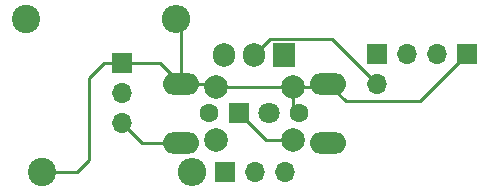
<source format=gbr>
%TF.GenerationSoftware,KiCad,Pcbnew,(6.0.5)*%
%TF.CreationDate,2022-06-01T17:15:45+01:00*%
%TF.ProjectId,OOEB-MODULE-PCB,4f4f4542-2d4d-44f4-9455-4c452d504342,rev?*%
%TF.SameCoordinates,Original*%
%TF.FileFunction,Copper,L1,Top*%
%TF.FilePolarity,Positive*%
%FSLAX46Y46*%
G04 Gerber Fmt 4.6, Leading zero omitted, Abs format (unit mm)*
G04 Created by KiCad (PCBNEW (6.0.5)) date 2022-06-01 17:15:45*
%MOMM*%
%LPD*%
G01*
G04 APERTURE LIST*
%TA.AperFunction,ComponentPad*%
%ADD10O,3.048000X1.850000*%
%TD*%
%TA.AperFunction,ComponentPad*%
%ADD11C,2.000000*%
%TD*%
%TA.AperFunction,ComponentPad*%
%ADD12O,2.400000X2.400000*%
%TD*%
%TA.AperFunction,ComponentPad*%
%ADD13C,2.400000*%
%TD*%
%TA.AperFunction,ComponentPad*%
%ADD14C,1.600000*%
%TD*%
%TA.AperFunction,ComponentPad*%
%ADD15O,1.905000X2.000000*%
%TD*%
%TA.AperFunction,ComponentPad*%
%ADD16R,1.905000X2.000000*%
%TD*%
%TA.AperFunction,ComponentPad*%
%ADD17R,1.700000X1.700000*%
%TD*%
%TA.AperFunction,ComponentPad*%
%ADD18O,1.700000X1.700000*%
%TD*%
%TA.AperFunction,ComponentPad*%
%ADD19R,1.800000X1.800000*%
%TD*%
%TA.AperFunction,ComponentPad*%
%ADD20C,1.800000*%
%TD*%
%TA.AperFunction,Conductor*%
%ADD21C,0.250000*%
%TD*%
G04 APERTURE END LIST*
D10*
%TO.P,SW2,1,1*%
%TO.N,Net-(J1-Pad1)*%
X-6240000Y-3500000D03*
X6260000Y-3500000D03*
%TO.P,SW2,2,2*%
%TO.N,GND*%
X-6240000Y-8500000D03*
X6260000Y-8500000D03*
%TD*%
D11*
%TO.P,SW1,1,1*%
%TO.N,Net-(J1-Pad1)*%
X3250000Y-3750000D03*
X-3250000Y-3750000D03*
%TO.P,SW1,2,2*%
%TO.N,GND*%
X3250000Y-8250000D03*
X-3250000Y-8250000D03*
%TD*%
D12*
%TO.P,R3,2*%
%TO.N,Net-(D1-Pad2)*%
X-5300000Y-11000000D03*
D13*
%TO.P,R3,1*%
%TO.N,Net-(J1-Pad1)*%
X-18000000Y-11000000D03*
%TD*%
D14*
%TO.P,R2,2*%
%TO.N,Net-(J1-Pad1)*%
X3800000Y-6000000D03*
%TO.P,R2,1*%
%TO.N,GND*%
X-3800000Y-6000000D03*
%TD*%
D13*
%TO.P,R1,1*%
%TO.N,+5V*%
X-19350000Y2000000D03*
D12*
%TO.P,R1,2*%
%TO.N,Net-(J1-Pad1)*%
X-6650000Y2000000D03*
%TD*%
D15*
%TO.P,Q1,3,E*%
%TO.N,GND*%
X-2540000Y-1055000D03*
%TO.P,Q1,2,C*%
%TO.N,Net-(J4-Pad2)*%
X0Y-1055000D03*
D16*
%TO.P,Q1,1,B*%
%TO.N,Net-(D1-Pad2)*%
X2540000Y-1055000D03*
%TD*%
D17*
%TO.P,J4,1,Pin_1*%
%TO.N,+5V*%
X10385000Y-1000000D03*
D18*
%TO.P,J4,2,Pin_2*%
%TO.N,Net-(J4-Pad2)*%
X10385000Y-3540000D03*
%TD*%
%TO.P,J3,3,Pin_3*%
%TO.N,+5V*%
X12920000Y-1000000D03*
%TO.P,J3,2,Pin_2*%
%TO.N,GND*%
X15460000Y-1000000D03*
D17*
%TO.P,J3,1,Pin_1*%
%TO.N,Net-(J1-Pad1)*%
X18000000Y-1000000D03*
%TD*%
%TO.P,J2,1,Pin_1*%
%TO.N,+5V*%
X-2525000Y-11000000D03*
D18*
%TO.P,J2,2,Pin_2*%
%TO.N,Net-(J1-Pad1)*%
X15000Y-11000000D03*
%TO.P,J2,3,Pin_3*%
%TO.N,GND*%
X2555000Y-11000000D03*
%TD*%
D17*
%TO.P,J1,1,Pin_1*%
%TO.N,Net-(J1-Pad1)*%
X-11190000Y-1730000D03*
D18*
%TO.P,J1,2,Pin_2*%
%TO.N,+5V*%
X-11190000Y-4270000D03*
%TO.P,J1,3,Pin_3*%
%TO.N,GND*%
X-11190000Y-6810000D03*
%TD*%
D19*
%TO.P,D1,1,K*%
%TO.N,GND*%
X-1270000Y-6000000D03*
D20*
%TO.P,D1,2,A*%
%TO.N,Net-(D1-Pad2)*%
X1270000Y-6000000D03*
%TD*%
D21*
%TO.N,Net-(J1-Pad1)*%
X-14000000Y-10000000D02*
X-14000000Y-3000000D01*
X-15000000Y-11000000D02*
X-14000000Y-10000000D01*
X-14000000Y-3000000D02*
X-12730000Y-1730000D01*
X-12730000Y-1730000D02*
X-11190000Y-1730000D01*
X-18000000Y-11000000D02*
X-15000000Y-11000000D01*
%TO.N,GND*%
X980000Y-8250000D02*
X3250000Y-8250000D01*
X-1270000Y-6000000D02*
X980000Y-8250000D01*
%TO.N,Net-(J4-Pad2)*%
X1324511Y269511D02*
X0Y-1055000D01*
X6575489Y269511D02*
X1324511Y269511D01*
X10385000Y-3540000D02*
X6575489Y269511D01*
%TO.N,Net-(J1-Pad1)*%
X14000000Y-5000000D02*
X18000000Y-1000000D01*
X7760000Y-5000000D02*
X14000000Y-5000000D01*
X6260000Y-3500000D02*
X7760000Y-5000000D01*
%TO.N,GND*%
X-3500000Y-8500000D02*
X-3250000Y-8250000D01*
X-9500000Y-8500000D02*
X-6240000Y-8500000D01*
X-11190000Y-6810000D02*
X-9500000Y-8500000D01*
%TO.N,Net-(J1-Pad1)*%
X3800000Y-6000000D02*
X3626857Y-6000000D01*
X3250000Y-5450000D02*
X3800000Y-6000000D01*
X3250000Y-3750000D02*
X3250000Y-5450000D01*
X6010000Y-3750000D02*
X6260000Y-3500000D01*
X3250000Y-3750000D02*
X6010000Y-3750000D01*
X-3250000Y-3750000D02*
X3250000Y-3750000D01*
X-3500000Y-3500000D02*
X-3250000Y-3750000D01*
X-6240000Y-3500000D02*
X-3500000Y-3500000D01*
X-6240000Y1590000D02*
X-6650000Y2000000D01*
X-6240000Y-3500000D02*
X-6240000Y1590000D01*
X-8010000Y-1730000D02*
X-6240000Y-3500000D01*
X-11190000Y-1730000D02*
X-8010000Y-1730000D01*
%TD*%
M02*

</source>
